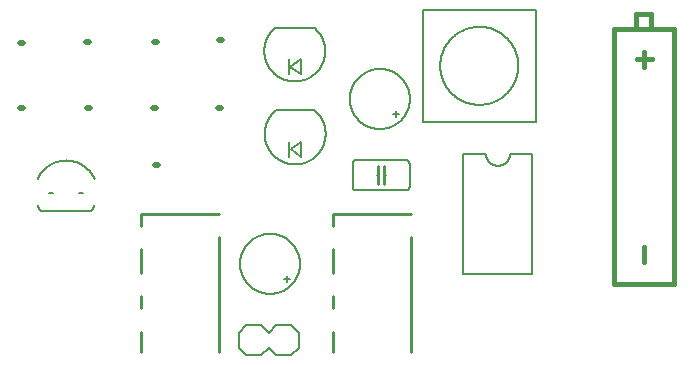
<source format=gto>
G75*
%MOIN*%
%OFA0B0*%
%FSLAX25Y25*%
%IPPOS*%
%LPD*%
%AMOC8*
5,1,8,0,0,1.08239X$1,22.5*
%
%ADD10C,0.00600*%
%ADD11C,0.01000*%
%ADD12C,0.00800*%
%ADD13C,0.00500*%
%ADD14C,0.02000*%
%ADD15C,0.01600*%
D10*
X0101394Y0044917D02*
X0101397Y0045162D01*
X0101406Y0045408D01*
X0101421Y0045653D01*
X0101442Y0045897D01*
X0101469Y0046141D01*
X0101502Y0046384D01*
X0101541Y0046627D01*
X0101586Y0046868D01*
X0101637Y0047108D01*
X0101694Y0047347D01*
X0101756Y0047584D01*
X0101825Y0047820D01*
X0101899Y0048054D01*
X0101979Y0048286D01*
X0102064Y0048516D01*
X0102155Y0048744D01*
X0102252Y0048969D01*
X0102354Y0049193D01*
X0102462Y0049413D01*
X0102575Y0049631D01*
X0102693Y0049846D01*
X0102817Y0050058D01*
X0102945Y0050267D01*
X0103079Y0050473D01*
X0103218Y0050675D01*
X0103362Y0050874D01*
X0103511Y0051069D01*
X0103664Y0051261D01*
X0103822Y0051449D01*
X0103984Y0051633D01*
X0104152Y0051812D01*
X0104323Y0051988D01*
X0104499Y0052159D01*
X0104678Y0052327D01*
X0104862Y0052489D01*
X0105050Y0052647D01*
X0105242Y0052800D01*
X0105437Y0052949D01*
X0105636Y0053093D01*
X0105838Y0053232D01*
X0106044Y0053366D01*
X0106253Y0053494D01*
X0106465Y0053618D01*
X0106680Y0053736D01*
X0106898Y0053849D01*
X0107118Y0053957D01*
X0107342Y0054059D01*
X0107567Y0054156D01*
X0107795Y0054247D01*
X0108025Y0054332D01*
X0108257Y0054412D01*
X0108491Y0054486D01*
X0108727Y0054555D01*
X0108964Y0054617D01*
X0109203Y0054674D01*
X0109443Y0054725D01*
X0109684Y0054770D01*
X0109927Y0054809D01*
X0110170Y0054842D01*
X0110414Y0054869D01*
X0110658Y0054890D01*
X0110903Y0054905D01*
X0111149Y0054914D01*
X0111394Y0054917D01*
X0111639Y0054914D01*
X0111885Y0054905D01*
X0112130Y0054890D01*
X0112374Y0054869D01*
X0112618Y0054842D01*
X0112861Y0054809D01*
X0113104Y0054770D01*
X0113345Y0054725D01*
X0113585Y0054674D01*
X0113824Y0054617D01*
X0114061Y0054555D01*
X0114297Y0054486D01*
X0114531Y0054412D01*
X0114763Y0054332D01*
X0114993Y0054247D01*
X0115221Y0054156D01*
X0115446Y0054059D01*
X0115670Y0053957D01*
X0115890Y0053849D01*
X0116108Y0053736D01*
X0116323Y0053618D01*
X0116535Y0053494D01*
X0116744Y0053366D01*
X0116950Y0053232D01*
X0117152Y0053093D01*
X0117351Y0052949D01*
X0117546Y0052800D01*
X0117738Y0052647D01*
X0117926Y0052489D01*
X0118110Y0052327D01*
X0118289Y0052159D01*
X0118465Y0051988D01*
X0118636Y0051812D01*
X0118804Y0051633D01*
X0118966Y0051449D01*
X0119124Y0051261D01*
X0119277Y0051069D01*
X0119426Y0050874D01*
X0119570Y0050675D01*
X0119709Y0050473D01*
X0119843Y0050267D01*
X0119971Y0050058D01*
X0120095Y0049846D01*
X0120213Y0049631D01*
X0120326Y0049413D01*
X0120434Y0049193D01*
X0120536Y0048969D01*
X0120633Y0048744D01*
X0120724Y0048516D01*
X0120809Y0048286D01*
X0120889Y0048054D01*
X0120963Y0047820D01*
X0121032Y0047584D01*
X0121094Y0047347D01*
X0121151Y0047108D01*
X0121202Y0046868D01*
X0121247Y0046627D01*
X0121286Y0046384D01*
X0121319Y0046141D01*
X0121346Y0045897D01*
X0121367Y0045653D01*
X0121382Y0045408D01*
X0121391Y0045162D01*
X0121394Y0044917D01*
X0121391Y0044672D01*
X0121382Y0044426D01*
X0121367Y0044181D01*
X0121346Y0043937D01*
X0121319Y0043693D01*
X0121286Y0043450D01*
X0121247Y0043207D01*
X0121202Y0042966D01*
X0121151Y0042726D01*
X0121094Y0042487D01*
X0121032Y0042250D01*
X0120963Y0042014D01*
X0120889Y0041780D01*
X0120809Y0041548D01*
X0120724Y0041318D01*
X0120633Y0041090D01*
X0120536Y0040865D01*
X0120434Y0040641D01*
X0120326Y0040421D01*
X0120213Y0040203D01*
X0120095Y0039988D01*
X0119971Y0039776D01*
X0119843Y0039567D01*
X0119709Y0039361D01*
X0119570Y0039159D01*
X0119426Y0038960D01*
X0119277Y0038765D01*
X0119124Y0038573D01*
X0118966Y0038385D01*
X0118804Y0038201D01*
X0118636Y0038022D01*
X0118465Y0037846D01*
X0118289Y0037675D01*
X0118110Y0037507D01*
X0117926Y0037345D01*
X0117738Y0037187D01*
X0117546Y0037034D01*
X0117351Y0036885D01*
X0117152Y0036741D01*
X0116950Y0036602D01*
X0116744Y0036468D01*
X0116535Y0036340D01*
X0116323Y0036216D01*
X0116108Y0036098D01*
X0115890Y0035985D01*
X0115670Y0035877D01*
X0115446Y0035775D01*
X0115221Y0035678D01*
X0114993Y0035587D01*
X0114763Y0035502D01*
X0114531Y0035422D01*
X0114297Y0035348D01*
X0114061Y0035279D01*
X0113824Y0035217D01*
X0113585Y0035160D01*
X0113345Y0035109D01*
X0113104Y0035064D01*
X0112861Y0035025D01*
X0112618Y0034992D01*
X0112374Y0034965D01*
X0112130Y0034944D01*
X0111885Y0034929D01*
X0111639Y0034920D01*
X0111394Y0034917D01*
X0111149Y0034920D01*
X0110903Y0034929D01*
X0110658Y0034944D01*
X0110414Y0034965D01*
X0110170Y0034992D01*
X0109927Y0035025D01*
X0109684Y0035064D01*
X0109443Y0035109D01*
X0109203Y0035160D01*
X0108964Y0035217D01*
X0108727Y0035279D01*
X0108491Y0035348D01*
X0108257Y0035422D01*
X0108025Y0035502D01*
X0107795Y0035587D01*
X0107567Y0035678D01*
X0107342Y0035775D01*
X0107118Y0035877D01*
X0106898Y0035985D01*
X0106680Y0036098D01*
X0106465Y0036216D01*
X0106253Y0036340D01*
X0106044Y0036468D01*
X0105838Y0036602D01*
X0105636Y0036741D01*
X0105437Y0036885D01*
X0105242Y0037034D01*
X0105050Y0037187D01*
X0104862Y0037345D01*
X0104678Y0037507D01*
X0104499Y0037675D01*
X0104323Y0037846D01*
X0104152Y0038022D01*
X0103984Y0038201D01*
X0103822Y0038385D01*
X0103664Y0038573D01*
X0103511Y0038765D01*
X0103362Y0038960D01*
X0103218Y0039159D01*
X0103079Y0039361D01*
X0102945Y0039567D01*
X0102817Y0039776D01*
X0102693Y0039988D01*
X0102575Y0040203D01*
X0102462Y0040421D01*
X0102354Y0040641D01*
X0102252Y0040865D01*
X0102155Y0041090D01*
X0102064Y0041318D01*
X0101979Y0041548D01*
X0101899Y0041780D01*
X0101825Y0042014D01*
X0101756Y0042250D01*
X0101694Y0042487D01*
X0101637Y0042726D01*
X0101586Y0042966D01*
X0101541Y0043207D01*
X0101502Y0043450D01*
X0101469Y0043693D01*
X0101442Y0043937D01*
X0101421Y0044181D01*
X0101406Y0044426D01*
X0101397Y0044672D01*
X0101394Y0044917D01*
X0115894Y0039917D02*
X0116894Y0039917D01*
X0116894Y0038917D01*
X0116894Y0039917D02*
X0116894Y0040917D01*
X0116894Y0039917D02*
X0117894Y0039917D01*
X0139882Y0069425D02*
X0156882Y0069425D01*
X0156942Y0069427D01*
X0157003Y0069432D01*
X0157062Y0069441D01*
X0157121Y0069454D01*
X0157180Y0069470D01*
X0157237Y0069490D01*
X0157292Y0069513D01*
X0157347Y0069540D01*
X0157399Y0069569D01*
X0157450Y0069602D01*
X0157499Y0069638D01*
X0157545Y0069676D01*
X0157589Y0069718D01*
X0157631Y0069762D01*
X0157669Y0069808D01*
X0157705Y0069857D01*
X0157738Y0069908D01*
X0157767Y0069960D01*
X0157794Y0070015D01*
X0157817Y0070070D01*
X0157837Y0070127D01*
X0157853Y0070186D01*
X0157866Y0070245D01*
X0157875Y0070304D01*
X0157880Y0070365D01*
X0157882Y0070425D01*
X0157882Y0078425D01*
X0157880Y0078485D01*
X0157875Y0078546D01*
X0157866Y0078605D01*
X0157853Y0078664D01*
X0157837Y0078723D01*
X0157817Y0078780D01*
X0157794Y0078835D01*
X0157767Y0078890D01*
X0157738Y0078942D01*
X0157705Y0078993D01*
X0157669Y0079042D01*
X0157631Y0079088D01*
X0157589Y0079132D01*
X0157545Y0079174D01*
X0157499Y0079212D01*
X0157450Y0079248D01*
X0157399Y0079281D01*
X0157347Y0079310D01*
X0157292Y0079337D01*
X0157237Y0079360D01*
X0157180Y0079380D01*
X0157121Y0079396D01*
X0157062Y0079409D01*
X0157003Y0079418D01*
X0156942Y0079423D01*
X0156882Y0079425D01*
X0139882Y0079425D01*
X0139822Y0079423D01*
X0139761Y0079418D01*
X0139702Y0079409D01*
X0139643Y0079396D01*
X0139584Y0079380D01*
X0139527Y0079360D01*
X0139472Y0079337D01*
X0139417Y0079310D01*
X0139365Y0079281D01*
X0139314Y0079248D01*
X0139265Y0079212D01*
X0139219Y0079174D01*
X0139175Y0079132D01*
X0139133Y0079088D01*
X0139095Y0079042D01*
X0139059Y0078993D01*
X0139026Y0078942D01*
X0138997Y0078890D01*
X0138970Y0078835D01*
X0138947Y0078780D01*
X0138927Y0078723D01*
X0138911Y0078664D01*
X0138898Y0078605D01*
X0138889Y0078546D01*
X0138884Y0078485D01*
X0138882Y0078425D01*
X0138882Y0070425D01*
X0138884Y0070365D01*
X0138889Y0070304D01*
X0138898Y0070245D01*
X0138911Y0070186D01*
X0138927Y0070127D01*
X0138947Y0070070D01*
X0138970Y0070015D01*
X0138997Y0069960D01*
X0139026Y0069908D01*
X0139059Y0069857D01*
X0139095Y0069808D01*
X0139133Y0069762D01*
X0139175Y0069718D01*
X0139219Y0069676D01*
X0139265Y0069638D01*
X0139314Y0069602D01*
X0139365Y0069569D01*
X0139417Y0069540D01*
X0139472Y0069513D01*
X0139527Y0069490D01*
X0139584Y0069470D01*
X0139643Y0069454D01*
X0139702Y0069441D01*
X0139761Y0069432D01*
X0139822Y0069427D01*
X0139882Y0069425D01*
X0146882Y0074425D02*
X0147382Y0074425D01*
X0149382Y0074425D02*
X0149882Y0074425D01*
X0175878Y0081610D02*
X0183378Y0081610D01*
X0183380Y0081484D01*
X0183386Y0081359D01*
X0183396Y0081234D01*
X0183410Y0081109D01*
X0183427Y0080984D01*
X0183449Y0080860D01*
X0183474Y0080737D01*
X0183504Y0080615D01*
X0183537Y0080494D01*
X0183574Y0080374D01*
X0183614Y0080255D01*
X0183659Y0080138D01*
X0183707Y0080021D01*
X0183759Y0079907D01*
X0183814Y0079794D01*
X0183873Y0079683D01*
X0183935Y0079574D01*
X0184001Y0079467D01*
X0184070Y0079362D01*
X0184142Y0079259D01*
X0184217Y0079158D01*
X0184296Y0079060D01*
X0184378Y0078965D01*
X0184462Y0078872D01*
X0184550Y0078782D01*
X0184640Y0078694D01*
X0184733Y0078610D01*
X0184828Y0078528D01*
X0184926Y0078449D01*
X0185027Y0078374D01*
X0185130Y0078302D01*
X0185235Y0078233D01*
X0185342Y0078167D01*
X0185451Y0078105D01*
X0185562Y0078046D01*
X0185675Y0077991D01*
X0185789Y0077939D01*
X0185906Y0077891D01*
X0186023Y0077846D01*
X0186142Y0077806D01*
X0186262Y0077769D01*
X0186383Y0077736D01*
X0186505Y0077706D01*
X0186628Y0077681D01*
X0186752Y0077659D01*
X0186877Y0077642D01*
X0187002Y0077628D01*
X0187127Y0077618D01*
X0187252Y0077612D01*
X0187378Y0077610D01*
X0187504Y0077612D01*
X0187629Y0077618D01*
X0187754Y0077628D01*
X0187879Y0077642D01*
X0188004Y0077659D01*
X0188128Y0077681D01*
X0188251Y0077706D01*
X0188373Y0077736D01*
X0188494Y0077769D01*
X0188614Y0077806D01*
X0188733Y0077846D01*
X0188850Y0077891D01*
X0188967Y0077939D01*
X0189081Y0077991D01*
X0189194Y0078046D01*
X0189305Y0078105D01*
X0189414Y0078167D01*
X0189521Y0078233D01*
X0189626Y0078302D01*
X0189729Y0078374D01*
X0189830Y0078449D01*
X0189928Y0078528D01*
X0190023Y0078610D01*
X0190116Y0078694D01*
X0190206Y0078782D01*
X0190294Y0078872D01*
X0190378Y0078965D01*
X0190460Y0079060D01*
X0190539Y0079158D01*
X0190614Y0079259D01*
X0190686Y0079362D01*
X0190755Y0079467D01*
X0190821Y0079574D01*
X0190883Y0079683D01*
X0190942Y0079794D01*
X0190997Y0079907D01*
X0191049Y0080021D01*
X0191097Y0080138D01*
X0191142Y0080255D01*
X0191182Y0080374D01*
X0191219Y0080494D01*
X0191252Y0080615D01*
X0191282Y0080737D01*
X0191307Y0080860D01*
X0191329Y0080984D01*
X0191346Y0081109D01*
X0191360Y0081234D01*
X0191370Y0081359D01*
X0191376Y0081484D01*
X0191378Y0081610D01*
X0198878Y0081610D01*
X0198878Y0041610D01*
X0175878Y0041610D01*
X0175878Y0081610D01*
X0154488Y0094878D02*
X0153488Y0094878D01*
X0153488Y0093878D01*
X0153488Y0094878D02*
X0152488Y0094878D01*
X0153488Y0094878D02*
X0153488Y0095878D01*
X0137988Y0099878D02*
X0137991Y0100123D01*
X0138000Y0100369D01*
X0138015Y0100614D01*
X0138036Y0100858D01*
X0138063Y0101102D01*
X0138096Y0101345D01*
X0138135Y0101588D01*
X0138180Y0101829D01*
X0138231Y0102069D01*
X0138288Y0102308D01*
X0138350Y0102545D01*
X0138419Y0102781D01*
X0138493Y0103015D01*
X0138573Y0103247D01*
X0138658Y0103477D01*
X0138749Y0103705D01*
X0138846Y0103930D01*
X0138948Y0104154D01*
X0139056Y0104374D01*
X0139169Y0104592D01*
X0139287Y0104807D01*
X0139411Y0105019D01*
X0139539Y0105228D01*
X0139673Y0105434D01*
X0139812Y0105636D01*
X0139956Y0105835D01*
X0140105Y0106030D01*
X0140258Y0106222D01*
X0140416Y0106410D01*
X0140578Y0106594D01*
X0140746Y0106773D01*
X0140917Y0106949D01*
X0141093Y0107120D01*
X0141272Y0107288D01*
X0141456Y0107450D01*
X0141644Y0107608D01*
X0141836Y0107761D01*
X0142031Y0107910D01*
X0142230Y0108054D01*
X0142432Y0108193D01*
X0142638Y0108327D01*
X0142847Y0108455D01*
X0143059Y0108579D01*
X0143274Y0108697D01*
X0143492Y0108810D01*
X0143712Y0108918D01*
X0143936Y0109020D01*
X0144161Y0109117D01*
X0144389Y0109208D01*
X0144619Y0109293D01*
X0144851Y0109373D01*
X0145085Y0109447D01*
X0145321Y0109516D01*
X0145558Y0109578D01*
X0145797Y0109635D01*
X0146037Y0109686D01*
X0146278Y0109731D01*
X0146521Y0109770D01*
X0146764Y0109803D01*
X0147008Y0109830D01*
X0147252Y0109851D01*
X0147497Y0109866D01*
X0147743Y0109875D01*
X0147988Y0109878D01*
X0148233Y0109875D01*
X0148479Y0109866D01*
X0148724Y0109851D01*
X0148968Y0109830D01*
X0149212Y0109803D01*
X0149455Y0109770D01*
X0149698Y0109731D01*
X0149939Y0109686D01*
X0150179Y0109635D01*
X0150418Y0109578D01*
X0150655Y0109516D01*
X0150891Y0109447D01*
X0151125Y0109373D01*
X0151357Y0109293D01*
X0151587Y0109208D01*
X0151815Y0109117D01*
X0152040Y0109020D01*
X0152264Y0108918D01*
X0152484Y0108810D01*
X0152702Y0108697D01*
X0152917Y0108579D01*
X0153129Y0108455D01*
X0153338Y0108327D01*
X0153544Y0108193D01*
X0153746Y0108054D01*
X0153945Y0107910D01*
X0154140Y0107761D01*
X0154332Y0107608D01*
X0154520Y0107450D01*
X0154704Y0107288D01*
X0154883Y0107120D01*
X0155059Y0106949D01*
X0155230Y0106773D01*
X0155398Y0106594D01*
X0155560Y0106410D01*
X0155718Y0106222D01*
X0155871Y0106030D01*
X0156020Y0105835D01*
X0156164Y0105636D01*
X0156303Y0105434D01*
X0156437Y0105228D01*
X0156565Y0105019D01*
X0156689Y0104807D01*
X0156807Y0104592D01*
X0156920Y0104374D01*
X0157028Y0104154D01*
X0157130Y0103930D01*
X0157227Y0103705D01*
X0157318Y0103477D01*
X0157403Y0103247D01*
X0157483Y0103015D01*
X0157557Y0102781D01*
X0157626Y0102545D01*
X0157688Y0102308D01*
X0157745Y0102069D01*
X0157796Y0101829D01*
X0157841Y0101588D01*
X0157880Y0101345D01*
X0157913Y0101102D01*
X0157940Y0100858D01*
X0157961Y0100614D01*
X0157976Y0100369D01*
X0157985Y0100123D01*
X0157988Y0099878D01*
X0157985Y0099633D01*
X0157976Y0099387D01*
X0157961Y0099142D01*
X0157940Y0098898D01*
X0157913Y0098654D01*
X0157880Y0098411D01*
X0157841Y0098168D01*
X0157796Y0097927D01*
X0157745Y0097687D01*
X0157688Y0097448D01*
X0157626Y0097211D01*
X0157557Y0096975D01*
X0157483Y0096741D01*
X0157403Y0096509D01*
X0157318Y0096279D01*
X0157227Y0096051D01*
X0157130Y0095826D01*
X0157028Y0095602D01*
X0156920Y0095382D01*
X0156807Y0095164D01*
X0156689Y0094949D01*
X0156565Y0094737D01*
X0156437Y0094528D01*
X0156303Y0094322D01*
X0156164Y0094120D01*
X0156020Y0093921D01*
X0155871Y0093726D01*
X0155718Y0093534D01*
X0155560Y0093346D01*
X0155398Y0093162D01*
X0155230Y0092983D01*
X0155059Y0092807D01*
X0154883Y0092636D01*
X0154704Y0092468D01*
X0154520Y0092306D01*
X0154332Y0092148D01*
X0154140Y0091995D01*
X0153945Y0091846D01*
X0153746Y0091702D01*
X0153544Y0091563D01*
X0153338Y0091429D01*
X0153129Y0091301D01*
X0152917Y0091177D01*
X0152702Y0091059D01*
X0152484Y0090946D01*
X0152264Y0090838D01*
X0152040Y0090736D01*
X0151815Y0090639D01*
X0151587Y0090548D01*
X0151357Y0090463D01*
X0151125Y0090383D01*
X0150891Y0090309D01*
X0150655Y0090240D01*
X0150418Y0090178D01*
X0150179Y0090121D01*
X0149939Y0090070D01*
X0149698Y0090025D01*
X0149455Y0089986D01*
X0149212Y0089953D01*
X0148968Y0089926D01*
X0148724Y0089905D01*
X0148479Y0089890D01*
X0148233Y0089881D01*
X0147988Y0089878D01*
X0147743Y0089881D01*
X0147497Y0089890D01*
X0147252Y0089905D01*
X0147008Y0089926D01*
X0146764Y0089953D01*
X0146521Y0089986D01*
X0146278Y0090025D01*
X0146037Y0090070D01*
X0145797Y0090121D01*
X0145558Y0090178D01*
X0145321Y0090240D01*
X0145085Y0090309D01*
X0144851Y0090383D01*
X0144619Y0090463D01*
X0144389Y0090548D01*
X0144161Y0090639D01*
X0143936Y0090736D01*
X0143712Y0090838D01*
X0143492Y0090946D01*
X0143274Y0091059D01*
X0143059Y0091177D01*
X0142847Y0091301D01*
X0142638Y0091429D01*
X0142432Y0091563D01*
X0142230Y0091702D01*
X0142031Y0091846D01*
X0141836Y0091995D01*
X0141644Y0092148D01*
X0141456Y0092306D01*
X0141272Y0092468D01*
X0141093Y0092636D01*
X0140917Y0092807D01*
X0140746Y0092983D01*
X0140578Y0093162D01*
X0140416Y0093346D01*
X0140258Y0093534D01*
X0140105Y0093726D01*
X0139956Y0093921D01*
X0139812Y0094120D01*
X0139673Y0094322D01*
X0139539Y0094528D01*
X0139411Y0094737D01*
X0139287Y0094949D01*
X0139169Y0095164D01*
X0139056Y0095382D01*
X0138948Y0095602D01*
X0138846Y0095826D01*
X0138749Y0096051D01*
X0138658Y0096279D01*
X0138573Y0096509D01*
X0138493Y0096741D01*
X0138419Y0096975D01*
X0138350Y0097211D01*
X0138288Y0097448D01*
X0138231Y0097687D01*
X0138180Y0097927D01*
X0138135Y0098168D01*
X0138096Y0098411D01*
X0138063Y0098654D01*
X0138036Y0098898D01*
X0138015Y0099142D01*
X0138000Y0099387D01*
X0137991Y0099633D01*
X0137988Y0099878D01*
X0126260Y0096028D02*
X0113260Y0096028D01*
X0113071Y0095866D01*
X0112886Y0095700D01*
X0112706Y0095530D01*
X0112529Y0095355D01*
X0112357Y0095176D01*
X0112189Y0094993D01*
X0112026Y0094806D01*
X0111867Y0094615D01*
X0111713Y0094420D01*
X0111564Y0094221D01*
X0111420Y0094019D01*
X0111281Y0093813D01*
X0111147Y0093604D01*
X0111018Y0093391D01*
X0110894Y0093176D01*
X0110776Y0092957D01*
X0110663Y0092736D01*
X0110555Y0092512D01*
X0110453Y0092286D01*
X0110357Y0092057D01*
X0110266Y0091826D01*
X0110181Y0091592D01*
X0110101Y0091357D01*
X0110028Y0091120D01*
X0109960Y0090881D01*
X0109898Y0090640D01*
X0109842Y0090398D01*
X0109792Y0090155D01*
X0109747Y0089910D01*
X0109709Y0089665D01*
X0109677Y0089419D01*
X0109651Y0089172D01*
X0109631Y0088924D01*
X0109617Y0088676D01*
X0109609Y0088428D01*
X0109607Y0088179D01*
X0109611Y0087931D01*
X0109622Y0087683D01*
X0109638Y0087435D01*
X0109660Y0087187D01*
X0109689Y0086940D01*
X0109723Y0086694D01*
X0109764Y0086449D01*
X0109811Y0086205D01*
X0109863Y0085963D01*
X0109921Y0085721D01*
X0109986Y0085481D01*
X0110056Y0085243D01*
X0110132Y0085006D01*
X0110213Y0084772D01*
X0110301Y0084539D01*
X0110394Y0084309D01*
X0110493Y0084081D01*
X0110597Y0083855D01*
X0110707Y0083632D01*
X0110822Y0083412D01*
X0110942Y0083195D01*
X0111068Y0082981D01*
X0111199Y0082770D01*
X0111335Y0082562D01*
X0111476Y0082358D01*
X0111622Y0082157D01*
X0111773Y0081959D01*
X0111929Y0081766D01*
X0112090Y0081576D01*
X0112255Y0081390D01*
X0112424Y0081209D01*
X0112598Y0081032D01*
X0112776Y0080858D01*
X0112959Y0080690D01*
X0113145Y0080526D01*
X0113336Y0080366D01*
X0113530Y0080211D01*
X0113728Y0080061D01*
X0113929Y0079916D01*
X0114135Y0079776D01*
X0114343Y0079641D01*
X0114555Y0079511D01*
X0114770Y0079386D01*
X0114987Y0079267D01*
X0115208Y0079153D01*
X0115431Y0079044D01*
X0115657Y0078941D01*
X0115886Y0078843D01*
X0116117Y0078751D01*
X0116350Y0078665D01*
X0116585Y0078584D01*
X0116822Y0078510D01*
X0117060Y0078441D01*
X0117300Y0078377D01*
X0117542Y0078320D01*
X0117785Y0078269D01*
X0118029Y0078224D01*
X0118275Y0078184D01*
X0118521Y0078151D01*
X0118768Y0078124D01*
X0119015Y0078102D01*
X0119263Y0078087D01*
X0119512Y0078078D01*
X0119760Y0078075D01*
X0120008Y0078078D01*
X0120257Y0078087D01*
X0120505Y0078102D01*
X0120752Y0078124D01*
X0120999Y0078151D01*
X0121245Y0078184D01*
X0121491Y0078224D01*
X0121735Y0078269D01*
X0121978Y0078320D01*
X0122220Y0078377D01*
X0122460Y0078441D01*
X0122698Y0078510D01*
X0122935Y0078584D01*
X0123170Y0078665D01*
X0123403Y0078751D01*
X0123634Y0078843D01*
X0123863Y0078941D01*
X0124089Y0079044D01*
X0124312Y0079153D01*
X0124533Y0079267D01*
X0124750Y0079386D01*
X0124965Y0079511D01*
X0125177Y0079641D01*
X0125385Y0079776D01*
X0125591Y0079916D01*
X0125792Y0080061D01*
X0125990Y0080211D01*
X0126184Y0080366D01*
X0126375Y0080526D01*
X0126561Y0080690D01*
X0126744Y0080858D01*
X0126922Y0081032D01*
X0127096Y0081209D01*
X0127265Y0081390D01*
X0127430Y0081576D01*
X0127591Y0081766D01*
X0127747Y0081959D01*
X0127898Y0082157D01*
X0128044Y0082358D01*
X0128185Y0082562D01*
X0128321Y0082770D01*
X0128452Y0082981D01*
X0128578Y0083195D01*
X0128698Y0083412D01*
X0128813Y0083632D01*
X0128923Y0083855D01*
X0129027Y0084081D01*
X0129126Y0084309D01*
X0129219Y0084539D01*
X0129307Y0084772D01*
X0129388Y0085006D01*
X0129464Y0085243D01*
X0129534Y0085481D01*
X0129599Y0085721D01*
X0129657Y0085963D01*
X0129709Y0086205D01*
X0129756Y0086449D01*
X0129797Y0086694D01*
X0129831Y0086940D01*
X0129860Y0087187D01*
X0129882Y0087435D01*
X0129898Y0087683D01*
X0129909Y0087931D01*
X0129913Y0088179D01*
X0129911Y0088428D01*
X0129903Y0088676D01*
X0129889Y0088924D01*
X0129869Y0089172D01*
X0129843Y0089419D01*
X0129811Y0089665D01*
X0129773Y0089910D01*
X0129728Y0090155D01*
X0129678Y0090398D01*
X0129622Y0090640D01*
X0129560Y0090881D01*
X0129492Y0091120D01*
X0129419Y0091357D01*
X0129339Y0091592D01*
X0129254Y0091826D01*
X0129163Y0092057D01*
X0129067Y0092286D01*
X0128965Y0092512D01*
X0128857Y0092736D01*
X0128744Y0092957D01*
X0128626Y0093176D01*
X0128502Y0093391D01*
X0128373Y0093604D01*
X0128239Y0093813D01*
X0128100Y0094019D01*
X0127956Y0094221D01*
X0127807Y0094420D01*
X0127653Y0094615D01*
X0127494Y0094806D01*
X0127331Y0094993D01*
X0127163Y0095176D01*
X0126991Y0095355D01*
X0126814Y0095530D01*
X0126634Y0095700D01*
X0126449Y0095866D01*
X0126260Y0096028D01*
X0126122Y0123665D02*
X0126311Y0123503D01*
X0126496Y0123337D01*
X0126676Y0123167D01*
X0126853Y0122992D01*
X0127025Y0122813D01*
X0127193Y0122630D01*
X0127356Y0122443D01*
X0127515Y0122252D01*
X0127669Y0122057D01*
X0127818Y0121858D01*
X0127962Y0121656D01*
X0128101Y0121450D01*
X0128235Y0121241D01*
X0128364Y0121028D01*
X0128488Y0120813D01*
X0128606Y0120594D01*
X0128719Y0120373D01*
X0128827Y0120149D01*
X0128929Y0119923D01*
X0129025Y0119694D01*
X0129116Y0119463D01*
X0129201Y0119229D01*
X0129281Y0118994D01*
X0129354Y0118757D01*
X0129422Y0118518D01*
X0129484Y0118277D01*
X0129540Y0118035D01*
X0129590Y0117792D01*
X0129635Y0117547D01*
X0129673Y0117302D01*
X0129705Y0117056D01*
X0129731Y0116809D01*
X0129751Y0116561D01*
X0129765Y0116313D01*
X0129773Y0116065D01*
X0129775Y0115816D01*
X0129771Y0115568D01*
X0129760Y0115320D01*
X0129744Y0115072D01*
X0129722Y0114824D01*
X0129693Y0114577D01*
X0129659Y0114331D01*
X0129618Y0114086D01*
X0129571Y0113842D01*
X0129519Y0113600D01*
X0129461Y0113358D01*
X0129396Y0113118D01*
X0129326Y0112880D01*
X0129250Y0112643D01*
X0129169Y0112409D01*
X0129081Y0112176D01*
X0128988Y0111946D01*
X0128889Y0111718D01*
X0128785Y0111492D01*
X0128675Y0111269D01*
X0128560Y0111049D01*
X0128440Y0110832D01*
X0128314Y0110618D01*
X0128183Y0110407D01*
X0128047Y0110199D01*
X0127906Y0109995D01*
X0127760Y0109794D01*
X0127609Y0109596D01*
X0127453Y0109403D01*
X0127292Y0109213D01*
X0127127Y0109027D01*
X0126958Y0108846D01*
X0126784Y0108669D01*
X0126606Y0108495D01*
X0126423Y0108327D01*
X0126237Y0108163D01*
X0126046Y0108003D01*
X0125852Y0107848D01*
X0125654Y0107698D01*
X0125453Y0107553D01*
X0125247Y0107413D01*
X0125039Y0107278D01*
X0124827Y0107148D01*
X0124612Y0107023D01*
X0124395Y0106904D01*
X0124174Y0106790D01*
X0123951Y0106681D01*
X0123725Y0106578D01*
X0123496Y0106480D01*
X0123265Y0106388D01*
X0123032Y0106302D01*
X0122797Y0106221D01*
X0122560Y0106147D01*
X0122322Y0106078D01*
X0122082Y0106014D01*
X0121840Y0105957D01*
X0121597Y0105906D01*
X0121353Y0105861D01*
X0121107Y0105821D01*
X0120861Y0105788D01*
X0120614Y0105761D01*
X0120367Y0105739D01*
X0120119Y0105724D01*
X0119870Y0105715D01*
X0119622Y0105712D01*
X0119374Y0105715D01*
X0119125Y0105724D01*
X0118877Y0105739D01*
X0118630Y0105761D01*
X0118383Y0105788D01*
X0118137Y0105821D01*
X0117891Y0105861D01*
X0117647Y0105906D01*
X0117404Y0105957D01*
X0117162Y0106014D01*
X0116922Y0106078D01*
X0116684Y0106147D01*
X0116447Y0106221D01*
X0116212Y0106302D01*
X0115979Y0106388D01*
X0115748Y0106480D01*
X0115519Y0106578D01*
X0115293Y0106681D01*
X0115070Y0106790D01*
X0114849Y0106904D01*
X0114632Y0107023D01*
X0114417Y0107148D01*
X0114205Y0107278D01*
X0113997Y0107413D01*
X0113791Y0107553D01*
X0113590Y0107698D01*
X0113392Y0107848D01*
X0113198Y0108003D01*
X0113007Y0108163D01*
X0112821Y0108327D01*
X0112638Y0108495D01*
X0112460Y0108669D01*
X0112286Y0108846D01*
X0112117Y0109027D01*
X0111952Y0109213D01*
X0111791Y0109403D01*
X0111635Y0109596D01*
X0111484Y0109794D01*
X0111338Y0109995D01*
X0111197Y0110199D01*
X0111061Y0110407D01*
X0110930Y0110618D01*
X0110804Y0110832D01*
X0110684Y0111049D01*
X0110569Y0111269D01*
X0110459Y0111492D01*
X0110355Y0111718D01*
X0110256Y0111946D01*
X0110163Y0112176D01*
X0110075Y0112409D01*
X0109994Y0112643D01*
X0109918Y0112880D01*
X0109848Y0113118D01*
X0109783Y0113358D01*
X0109725Y0113600D01*
X0109673Y0113842D01*
X0109626Y0114086D01*
X0109585Y0114331D01*
X0109551Y0114577D01*
X0109522Y0114824D01*
X0109500Y0115072D01*
X0109484Y0115320D01*
X0109473Y0115568D01*
X0109469Y0115816D01*
X0109471Y0116065D01*
X0109479Y0116313D01*
X0109493Y0116561D01*
X0109513Y0116809D01*
X0109539Y0117056D01*
X0109571Y0117302D01*
X0109609Y0117547D01*
X0109654Y0117792D01*
X0109704Y0118035D01*
X0109760Y0118277D01*
X0109822Y0118518D01*
X0109890Y0118757D01*
X0109963Y0118994D01*
X0110043Y0119229D01*
X0110128Y0119463D01*
X0110219Y0119694D01*
X0110315Y0119923D01*
X0110417Y0120149D01*
X0110525Y0120373D01*
X0110638Y0120594D01*
X0110756Y0120813D01*
X0110880Y0121028D01*
X0111009Y0121241D01*
X0111143Y0121450D01*
X0111282Y0121656D01*
X0111426Y0121858D01*
X0111575Y0122057D01*
X0111729Y0122252D01*
X0111888Y0122443D01*
X0112051Y0122630D01*
X0112219Y0122813D01*
X0112391Y0122992D01*
X0112568Y0123167D01*
X0112748Y0123337D01*
X0112933Y0123503D01*
X0113122Y0123665D01*
X0126122Y0123665D01*
D11*
X0068480Y0022125D02*
X0068480Y0015469D01*
X0068480Y0030000D02*
X0068480Y0034000D01*
X0068480Y0041750D02*
X0068480Y0049750D01*
X0068480Y0057500D02*
X0068480Y0061531D01*
X0094465Y0061531D01*
X0094465Y0053750D02*
X0094465Y0015469D01*
X0132457Y0015469D02*
X0132457Y0022125D01*
X0132457Y0030000D02*
X0132457Y0034000D01*
X0132457Y0041750D02*
X0132457Y0049750D01*
X0132457Y0057500D02*
X0132457Y0061531D01*
X0158441Y0061531D01*
X0158441Y0053750D02*
X0158441Y0015469D01*
X0149382Y0071425D02*
X0149382Y0074425D01*
X0149382Y0077425D01*
X0147382Y0077425D02*
X0147382Y0074425D01*
X0147382Y0071425D01*
D12*
X0121760Y0080528D02*
X0118260Y0083028D01*
X0121760Y0085528D01*
X0121760Y0080528D01*
X0117760Y0080528D02*
X0117760Y0085528D01*
X0117622Y0108165D02*
X0117622Y0113165D01*
X0118122Y0110665D02*
X0121622Y0108165D01*
X0121622Y0113165D01*
X0118122Y0110665D01*
X0118520Y0024465D02*
X0113520Y0024465D01*
X0111020Y0021965D01*
X0108520Y0024465D01*
X0103520Y0024465D01*
X0101020Y0021965D01*
X0101020Y0016965D01*
X0103520Y0014465D01*
X0108520Y0014465D01*
X0111020Y0016965D01*
X0113520Y0014465D01*
X0118520Y0014465D01*
X0121020Y0016965D01*
X0121020Y0021965D01*
X0118520Y0024465D01*
D13*
X0051648Y0062335D02*
X0035156Y0062335D01*
X0037874Y0068335D02*
X0038930Y0068335D01*
X0033902Y0073307D02*
X0034014Y0073537D01*
X0034131Y0073764D01*
X0034253Y0073988D01*
X0034381Y0074209D01*
X0034515Y0074426D01*
X0034653Y0074641D01*
X0034797Y0074852D01*
X0034946Y0075059D01*
X0035100Y0075263D01*
X0035258Y0075463D01*
X0035422Y0075659D01*
X0035590Y0075851D01*
X0035763Y0076039D01*
X0035941Y0076223D01*
X0036122Y0076402D01*
X0036309Y0076577D01*
X0036499Y0076747D01*
X0036693Y0076912D01*
X0036892Y0077073D01*
X0037094Y0077229D01*
X0037300Y0077380D01*
X0037510Y0077526D01*
X0037723Y0077666D01*
X0037939Y0077802D01*
X0038159Y0077932D01*
X0038382Y0078057D01*
X0038607Y0078176D01*
X0038836Y0078290D01*
X0039067Y0078398D01*
X0039301Y0078501D01*
X0039537Y0078598D01*
X0039776Y0078689D01*
X0040016Y0078774D01*
X0040259Y0078854D01*
X0040504Y0078927D01*
X0040750Y0078995D01*
X0040998Y0079056D01*
X0041247Y0079111D01*
X0041497Y0079161D01*
X0041749Y0079204D01*
X0042002Y0079241D01*
X0042255Y0079272D01*
X0042509Y0079297D01*
X0042764Y0079316D01*
X0043019Y0079328D01*
X0043274Y0079334D01*
X0043530Y0079334D01*
X0043785Y0079328D01*
X0044040Y0079316D01*
X0044295Y0079297D01*
X0044549Y0079272D01*
X0044802Y0079241D01*
X0045055Y0079204D01*
X0045307Y0079161D01*
X0045557Y0079111D01*
X0045806Y0079056D01*
X0046054Y0078995D01*
X0046300Y0078927D01*
X0046545Y0078854D01*
X0046788Y0078774D01*
X0047028Y0078689D01*
X0047267Y0078598D01*
X0047503Y0078501D01*
X0047737Y0078398D01*
X0047968Y0078290D01*
X0048197Y0078176D01*
X0048422Y0078057D01*
X0048645Y0077932D01*
X0048865Y0077802D01*
X0049081Y0077666D01*
X0049294Y0077526D01*
X0049504Y0077380D01*
X0049710Y0077229D01*
X0049912Y0077073D01*
X0050111Y0076912D01*
X0050305Y0076747D01*
X0050495Y0076577D01*
X0050682Y0076402D01*
X0050863Y0076223D01*
X0051041Y0076039D01*
X0051214Y0075851D01*
X0051382Y0075659D01*
X0051546Y0075463D01*
X0051704Y0075263D01*
X0051858Y0075059D01*
X0052007Y0074852D01*
X0052151Y0074641D01*
X0052289Y0074426D01*
X0052423Y0074209D01*
X0052551Y0073988D01*
X0052673Y0073764D01*
X0052790Y0073537D01*
X0052902Y0073307D01*
X0048930Y0068335D02*
X0047874Y0068335D01*
X0035156Y0062335D02*
X0035010Y0062524D01*
X0034869Y0062717D01*
X0034732Y0062912D01*
X0034599Y0063111D01*
X0034471Y0063313D01*
X0034348Y0063518D01*
X0034229Y0063725D01*
X0034115Y0063935D01*
X0034006Y0064148D01*
X0033902Y0064363D01*
X0051648Y0062335D02*
X0051800Y0062532D01*
X0051947Y0062734D01*
X0052090Y0062938D01*
X0052227Y0063146D01*
X0052360Y0063357D01*
X0052488Y0063572D01*
X0052610Y0063789D01*
X0052727Y0064009D01*
X0052839Y0064232D01*
X0052946Y0064457D01*
X0162388Y0092152D02*
X0162388Y0129652D01*
X0199888Y0129652D01*
X0199888Y0092152D01*
X0162388Y0092152D01*
X0168138Y0110902D02*
X0168142Y0111221D01*
X0168154Y0111540D01*
X0168173Y0111858D01*
X0168201Y0112176D01*
X0168236Y0112493D01*
X0168279Y0112809D01*
X0168329Y0113125D01*
X0168388Y0113438D01*
X0168454Y0113750D01*
X0168528Y0114061D01*
X0168609Y0114369D01*
X0168698Y0114676D01*
X0168794Y0114980D01*
X0168898Y0115282D01*
X0169009Y0115581D01*
X0169128Y0115877D01*
X0169253Y0116170D01*
X0169386Y0116460D01*
X0169526Y0116747D01*
X0169673Y0117030D01*
X0169827Y0117310D01*
X0169988Y0117585D01*
X0170155Y0117857D01*
X0170329Y0118124D01*
X0170509Y0118388D01*
X0170696Y0118646D01*
X0170889Y0118900D01*
X0171089Y0119149D01*
X0171294Y0119393D01*
X0171506Y0119632D01*
X0171723Y0119866D01*
X0171946Y0120094D01*
X0172174Y0120317D01*
X0172408Y0120534D01*
X0172647Y0120746D01*
X0172891Y0120951D01*
X0173140Y0121151D01*
X0173394Y0121344D01*
X0173652Y0121531D01*
X0173916Y0121711D01*
X0174183Y0121885D01*
X0174455Y0122052D01*
X0174730Y0122213D01*
X0175010Y0122367D01*
X0175293Y0122514D01*
X0175580Y0122654D01*
X0175870Y0122787D01*
X0176163Y0122912D01*
X0176459Y0123031D01*
X0176758Y0123142D01*
X0177060Y0123246D01*
X0177364Y0123342D01*
X0177671Y0123431D01*
X0177979Y0123512D01*
X0178290Y0123586D01*
X0178602Y0123652D01*
X0178915Y0123711D01*
X0179231Y0123761D01*
X0179547Y0123804D01*
X0179864Y0123839D01*
X0180182Y0123867D01*
X0180500Y0123886D01*
X0180819Y0123898D01*
X0181138Y0123902D01*
X0181457Y0123898D01*
X0181776Y0123886D01*
X0182094Y0123867D01*
X0182412Y0123839D01*
X0182729Y0123804D01*
X0183045Y0123761D01*
X0183361Y0123711D01*
X0183674Y0123652D01*
X0183986Y0123586D01*
X0184297Y0123512D01*
X0184605Y0123431D01*
X0184912Y0123342D01*
X0185216Y0123246D01*
X0185518Y0123142D01*
X0185817Y0123031D01*
X0186113Y0122912D01*
X0186406Y0122787D01*
X0186696Y0122654D01*
X0186983Y0122514D01*
X0187266Y0122367D01*
X0187546Y0122213D01*
X0187821Y0122052D01*
X0188093Y0121885D01*
X0188360Y0121711D01*
X0188624Y0121531D01*
X0188882Y0121344D01*
X0189136Y0121151D01*
X0189385Y0120951D01*
X0189629Y0120746D01*
X0189868Y0120534D01*
X0190102Y0120317D01*
X0190330Y0120094D01*
X0190553Y0119866D01*
X0190770Y0119632D01*
X0190982Y0119393D01*
X0191187Y0119149D01*
X0191387Y0118900D01*
X0191580Y0118646D01*
X0191767Y0118388D01*
X0191947Y0118124D01*
X0192121Y0117857D01*
X0192288Y0117585D01*
X0192449Y0117310D01*
X0192603Y0117030D01*
X0192750Y0116747D01*
X0192890Y0116460D01*
X0193023Y0116170D01*
X0193148Y0115877D01*
X0193267Y0115581D01*
X0193378Y0115282D01*
X0193482Y0114980D01*
X0193578Y0114676D01*
X0193667Y0114369D01*
X0193748Y0114061D01*
X0193822Y0113750D01*
X0193888Y0113438D01*
X0193947Y0113125D01*
X0193997Y0112809D01*
X0194040Y0112493D01*
X0194075Y0112176D01*
X0194103Y0111858D01*
X0194122Y0111540D01*
X0194134Y0111221D01*
X0194138Y0110902D01*
X0194134Y0110583D01*
X0194122Y0110264D01*
X0194103Y0109946D01*
X0194075Y0109628D01*
X0194040Y0109311D01*
X0193997Y0108995D01*
X0193947Y0108679D01*
X0193888Y0108366D01*
X0193822Y0108054D01*
X0193748Y0107743D01*
X0193667Y0107435D01*
X0193578Y0107128D01*
X0193482Y0106824D01*
X0193378Y0106522D01*
X0193267Y0106223D01*
X0193148Y0105927D01*
X0193023Y0105634D01*
X0192890Y0105344D01*
X0192750Y0105057D01*
X0192603Y0104774D01*
X0192449Y0104494D01*
X0192288Y0104219D01*
X0192121Y0103947D01*
X0191947Y0103680D01*
X0191767Y0103416D01*
X0191580Y0103158D01*
X0191387Y0102904D01*
X0191187Y0102655D01*
X0190982Y0102411D01*
X0190770Y0102172D01*
X0190553Y0101938D01*
X0190330Y0101710D01*
X0190102Y0101487D01*
X0189868Y0101270D01*
X0189629Y0101058D01*
X0189385Y0100853D01*
X0189136Y0100653D01*
X0188882Y0100460D01*
X0188624Y0100273D01*
X0188360Y0100093D01*
X0188093Y0099919D01*
X0187821Y0099752D01*
X0187546Y0099591D01*
X0187266Y0099437D01*
X0186983Y0099290D01*
X0186696Y0099150D01*
X0186406Y0099017D01*
X0186113Y0098892D01*
X0185817Y0098773D01*
X0185518Y0098662D01*
X0185216Y0098558D01*
X0184912Y0098462D01*
X0184605Y0098373D01*
X0184297Y0098292D01*
X0183986Y0098218D01*
X0183674Y0098152D01*
X0183361Y0098093D01*
X0183045Y0098043D01*
X0182729Y0098000D01*
X0182412Y0097965D01*
X0182094Y0097937D01*
X0181776Y0097918D01*
X0181457Y0097906D01*
X0181138Y0097902D01*
X0180819Y0097906D01*
X0180500Y0097918D01*
X0180182Y0097937D01*
X0179864Y0097965D01*
X0179547Y0098000D01*
X0179231Y0098043D01*
X0178915Y0098093D01*
X0178602Y0098152D01*
X0178290Y0098218D01*
X0177979Y0098292D01*
X0177671Y0098373D01*
X0177364Y0098462D01*
X0177060Y0098558D01*
X0176758Y0098662D01*
X0176459Y0098773D01*
X0176163Y0098892D01*
X0175870Y0099017D01*
X0175580Y0099150D01*
X0175293Y0099290D01*
X0175010Y0099437D01*
X0174730Y0099591D01*
X0174455Y0099752D01*
X0174183Y0099919D01*
X0173916Y0100093D01*
X0173652Y0100273D01*
X0173394Y0100460D01*
X0173140Y0100653D01*
X0172891Y0100853D01*
X0172647Y0101058D01*
X0172408Y0101270D01*
X0172174Y0101487D01*
X0171946Y0101710D01*
X0171723Y0101938D01*
X0171506Y0102172D01*
X0171294Y0102411D01*
X0171089Y0102655D01*
X0170889Y0102904D01*
X0170696Y0103158D01*
X0170509Y0103416D01*
X0170329Y0103680D01*
X0170155Y0103947D01*
X0169988Y0104219D01*
X0169827Y0104494D01*
X0169673Y0104774D01*
X0169526Y0105057D01*
X0169386Y0105344D01*
X0169253Y0105634D01*
X0169128Y0105927D01*
X0169009Y0106223D01*
X0168898Y0106522D01*
X0168794Y0106824D01*
X0168698Y0107128D01*
X0168609Y0107435D01*
X0168528Y0107743D01*
X0168454Y0108054D01*
X0168388Y0108366D01*
X0168329Y0108679D01*
X0168279Y0108995D01*
X0168236Y0109311D01*
X0168201Y0109628D01*
X0168173Y0109946D01*
X0168154Y0110264D01*
X0168142Y0110583D01*
X0168138Y0110902D01*
D14*
X0095220Y0119406D02*
X0094220Y0119406D01*
X0073783Y0118972D02*
X0072783Y0118972D01*
X0051205Y0118835D02*
X0050205Y0118835D01*
X0029079Y0118500D02*
X0028079Y0118500D01*
X0027882Y0096768D02*
X0028882Y0096768D01*
X0050323Y0096768D02*
X0051323Y0096768D01*
X0072469Y0096768D02*
X0073469Y0096768D01*
X0094102Y0096768D02*
X0095102Y0096768D01*
X0073980Y0077870D02*
X0072980Y0077870D01*
D15*
X0226059Y0038126D02*
X0246059Y0038126D01*
X0246059Y0123126D01*
X0238359Y0123126D01*
X0238359Y0128126D01*
X0233359Y0128126D01*
X0233359Y0123126D01*
X0226059Y0123126D01*
X0226059Y0038126D01*
X0236059Y0045626D02*
X0236059Y0050626D01*
X0236059Y0110626D02*
X0236059Y0115626D01*
X0238559Y0113126D02*
X0233559Y0113126D01*
X0233359Y0123126D02*
X0238359Y0123126D01*
M02*

</source>
